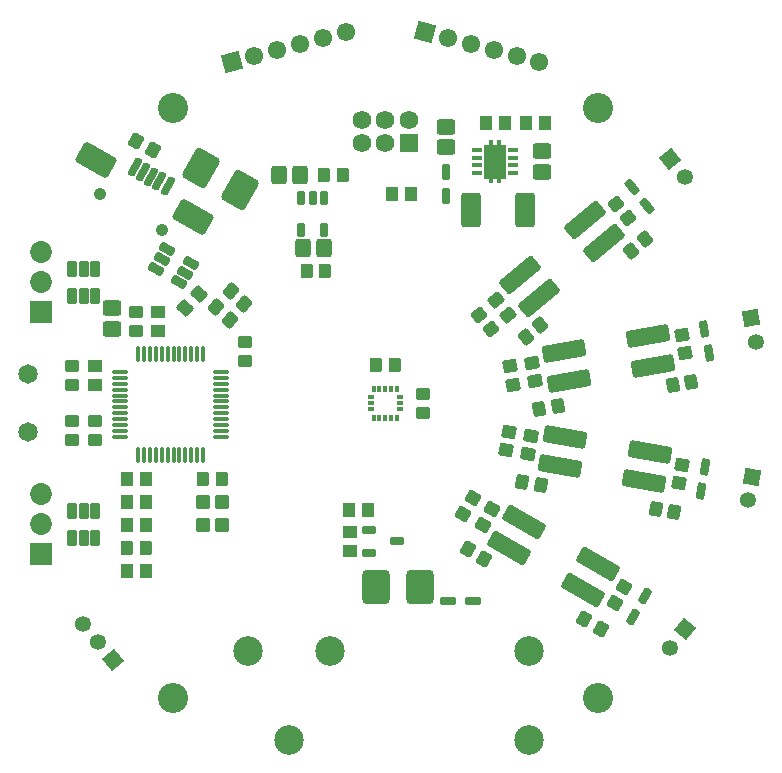
<source format=gts>
G04*
G04 #@! TF.GenerationSoftware,Altium Limited,Altium Designer,23.0.1 (38)*
G04*
G04 Layer_Color=8388736*
%FSLAX43Y43*%
%MOMM*%
G71*
G04*
G04 #@! TF.SameCoordinates,849B8B9A-CF0B-4B68-86F2-F378DEA603F9*
G04*
G04*
G04 #@! TF.FilePolarity,Negative*
G04*
G01*
G75*
G04:AMPARAMS|DCode=14|XSize=1.072mm|YSize=1.232mm|CornerRadius=0.191mm|HoleSize=0mm|Usage=FLASHONLY|Rotation=46.000|XOffset=0mm|YOffset=0mm|HoleType=Round|Shape=RoundedRectangle|*
%AMROUNDEDRECTD14*
21,1,1.072,0.850,0,0,46.0*
21,1,0.690,1.232,0,0,46.0*
1,1,0.382,0.545,-0.047*
1,1,0.382,0.066,-0.543*
1,1,0.382,-0.545,0.047*
1,1,0.382,-0.066,0.543*
%
%ADD14ROUNDEDRECTD14*%
G04:AMPARAMS|DCode=15|XSize=0.782mm|YSize=1.392mm|CornerRadius=0.155mm|HoleSize=0mm|Usage=FLASHONLY|Rotation=240.000|XOffset=0mm|YOffset=0mm|HoleType=Round|Shape=RoundedRectangle|*
%AMROUNDEDRECTD15*
21,1,0.782,1.083,0,0,240.0*
21,1,0.472,1.392,0,0,240.0*
1,1,0.310,-0.587,0.066*
1,1,0.310,-0.351,0.475*
1,1,0.310,0.587,-0.066*
1,1,0.310,0.351,-0.475*
%
%ADD15ROUNDEDRECTD15*%
G04:AMPARAMS|DCode=16|XSize=1.092mm|YSize=1.182mm|CornerRadius=0.194mm|HoleSize=0mm|Usage=FLASHONLY|Rotation=0.000|XOffset=0mm|YOffset=0mm|HoleType=Round|Shape=RoundedRectangle|*
%AMROUNDEDRECTD16*
21,1,1.092,0.795,0,0,0.0*
21,1,0.705,1.182,0,0,0.0*
1,1,0.387,0.353,-0.398*
1,1,0.387,-0.353,-0.398*
1,1,0.387,-0.353,0.398*
1,1,0.387,0.353,0.398*
%
%ADD16ROUNDEDRECTD16*%
G04:AMPARAMS|DCode=17|XSize=1.552mm|YSize=1.302mm|CornerRadius=0.22mm|HoleSize=0mm|Usage=FLASHONLY|Rotation=90.000|XOffset=0mm|YOffset=0mm|HoleType=Round|Shape=RoundedRectangle|*
%AMROUNDEDRECTD17*
21,1,1.552,0.863,0,0,90.0*
21,1,1.113,1.302,0,0,90.0*
1,1,0.440,0.431,0.556*
1,1,0.440,0.431,-0.556*
1,1,0.440,-0.431,-0.556*
1,1,0.440,-0.431,0.556*
%
%ADD17ROUNDEDRECTD17*%
G04:AMPARAMS|DCode=18|XSize=1.072mm|YSize=1.232mm|CornerRadius=0.191mm|HoleSize=0mm|Usage=FLASHONLY|Rotation=180.000|XOffset=0mm|YOffset=0mm|HoleType=Round|Shape=RoundedRectangle|*
%AMROUNDEDRECTD18*
21,1,1.072,0.850,0,0,180.0*
21,1,0.690,1.232,0,0,180.0*
1,1,0.382,-0.345,0.425*
1,1,0.382,0.345,0.425*
1,1,0.382,0.345,-0.425*
1,1,0.382,-0.345,-0.425*
%
%ADD18ROUNDEDRECTD18*%
G04:AMPARAMS|DCode=19|XSize=1.072mm|YSize=1.232mm|CornerRadius=0.191mm|HoleSize=0mm|Usage=FLASHONLY|Rotation=270.000|XOffset=0mm|YOffset=0mm|HoleType=Round|Shape=RoundedRectangle|*
%AMROUNDEDRECTD19*
21,1,1.072,0.850,0,0,270.0*
21,1,0.690,1.232,0,0,270.0*
1,1,0.382,-0.425,-0.345*
1,1,0.382,-0.425,0.345*
1,1,0.382,0.425,0.345*
1,1,0.382,0.425,-0.345*
%
%ADD19ROUNDEDRECTD19*%
G04:AMPARAMS|DCode=20|XSize=1.412mm|YSize=0.732mm|CornerRadius=0.149mm|HoleSize=0mm|Usage=FLASHONLY|Rotation=0.000|XOffset=0mm|YOffset=0mm|HoleType=Round|Shape=RoundedRectangle|*
%AMROUNDEDRECTD20*
21,1,1.412,0.435,0,0,0.0*
21,1,1.115,0.732,0,0,0.0*
1,1,0.297,0.558,-0.217*
1,1,0.297,-0.558,-0.217*
1,1,0.297,-0.558,0.217*
1,1,0.297,0.558,0.217*
%
%ADD20ROUNDEDRECTD20*%
G04:AMPARAMS|DCode=21|XSize=2.895mm|YSize=2.311mm|CornerRadius=0.346mm|HoleSize=0mm|Usage=FLASHONLY|Rotation=270.000|XOffset=0mm|YOffset=0mm|HoleType=Round|Shape=RoundedRectangle|*
%AMROUNDEDRECTD21*
21,1,2.895,1.619,0,0,270.0*
21,1,2.203,2.311,0,0,270.0*
1,1,0.692,-0.810,-1.102*
1,1,0.692,-0.810,1.102*
1,1,0.692,0.810,1.102*
1,1,0.692,0.810,-1.102*
%
%ADD21ROUNDEDRECTD21*%
G04:AMPARAMS|DCode=22|XSize=0.752mm|YSize=1.152mm|CornerRadius=0.151mm|HoleSize=0mm|Usage=FLASHONLY|Rotation=90.000|XOffset=0mm|YOffset=0mm|HoleType=Round|Shape=RoundedRectangle|*
%AMROUNDEDRECTD22*
21,1,0.752,0.850,0,0,90.0*
21,1,0.450,1.152,0,0,90.0*
1,1,0.302,0.425,0.225*
1,1,0.302,0.425,-0.225*
1,1,0.302,-0.425,-0.225*
1,1,0.302,-0.425,0.225*
%
%ADD22ROUNDEDRECTD22*%
G04:AMPARAMS|DCode=23|XSize=1.072mm|YSize=1.232mm|CornerRadius=0.191mm|HoleSize=0mm|Usage=FLASHONLY|Rotation=150.000|XOffset=0mm|YOffset=0mm|HoleType=Round|Shape=RoundedRectangle|*
%AMROUNDEDRECTD23*
21,1,1.072,0.850,0,0,150.0*
21,1,0.690,1.232,0,0,150.0*
1,1,0.382,-0.086,0.541*
1,1,0.382,0.511,0.196*
1,1,0.382,0.086,-0.541*
1,1,0.382,-0.511,-0.196*
%
%ADD23ROUNDEDRECTD23*%
G04:AMPARAMS|DCode=24|XSize=1.072mm|YSize=1.232mm|CornerRadius=0.191mm|HoleSize=0mm|Usage=FLASHONLY|Rotation=240.000|XOffset=0mm|YOffset=0mm|HoleType=Round|Shape=RoundedRectangle|*
%AMROUNDEDRECTD24*
21,1,1.072,0.850,0,0,240.0*
21,1,0.690,1.232,0,0,240.0*
1,1,0.382,-0.541,-0.086*
1,1,0.382,-0.196,0.511*
1,1,0.382,0.541,0.086*
1,1,0.382,0.196,-0.511*
%
%ADD24ROUNDEDRECTD24*%
G04:AMPARAMS|DCode=25|XSize=1.092mm|YSize=1.182mm|CornerRadius=0.194mm|HoleSize=0mm|Usage=FLASHONLY|Rotation=240.000|XOffset=0mm|YOffset=0mm|HoleType=Round|Shape=RoundedRectangle|*
%AMROUNDEDRECTD25*
21,1,1.092,0.795,0,0,240.0*
21,1,0.705,1.182,0,0,240.0*
1,1,0.387,-0.521,-0.107*
1,1,0.387,-0.168,0.504*
1,1,0.387,0.521,0.107*
1,1,0.387,0.168,-0.504*
%
%ADD25ROUNDEDRECTD25*%
G04:AMPARAMS|DCode=26|XSize=1.452mm|YSize=3.652mm|CornerRadius=0.239mm|HoleSize=0mm|Usage=FLASHONLY|Rotation=240.000|XOffset=0mm|YOffset=0mm|HoleType=Round|Shape=RoundedRectangle|*
%AMROUNDEDRECTD26*
21,1,1.452,3.175,0,0,240.0*
21,1,0.975,3.652,0,0,240.0*
1,1,0.477,-1.619,0.372*
1,1,0.477,-1.131,1.216*
1,1,0.477,1.619,-0.372*
1,1,0.477,1.131,-1.216*
%
%ADD26ROUNDEDRECTD26*%
G04:AMPARAMS|DCode=27|XSize=1.412mm|YSize=0.732mm|CornerRadius=0.149mm|HoleSize=0mm|Usage=FLASHONLY|Rotation=60.000|XOffset=0mm|YOffset=0mm|HoleType=Round|Shape=RoundedRectangle|*
%AMROUNDEDRECTD27*
21,1,1.412,0.435,0,0,60.0*
21,1,1.115,0.732,0,0,60.0*
1,1,0.297,0.467,0.374*
1,1,0.297,-0.090,-0.592*
1,1,0.297,-0.467,-0.374*
1,1,0.297,0.090,0.592*
%
%ADD27ROUNDEDRECTD27*%
G04:AMPARAMS|DCode=28|XSize=1.072mm|YSize=1.232mm|CornerRadius=0.191mm|HoleSize=0mm|Usage=FLASHONLY|Rotation=350.000|XOffset=0mm|YOffset=0mm|HoleType=Round|Shape=RoundedRectangle|*
%AMROUNDEDRECTD28*
21,1,1.072,0.850,0,0,350.0*
21,1,0.690,1.232,0,0,350.0*
1,1,0.382,0.266,-0.478*
1,1,0.382,-0.414,-0.359*
1,1,0.382,-0.266,0.478*
1,1,0.382,0.414,0.359*
%
%ADD28ROUNDEDRECTD28*%
G04:AMPARAMS|DCode=29|XSize=1.092mm|YSize=1.182mm|CornerRadius=0.194mm|HoleSize=0mm|Usage=FLASHONLY|Rotation=80.000|XOffset=0mm|YOffset=0mm|HoleType=Round|Shape=RoundedRectangle|*
%AMROUNDEDRECTD29*
21,1,1.092,0.795,0,0,80.0*
21,1,0.705,1.182,0,0,80.0*
1,1,0.387,0.453,0.278*
1,1,0.387,0.330,-0.416*
1,1,0.387,-0.453,-0.278*
1,1,0.387,-0.330,0.416*
%
%ADD29ROUNDEDRECTD29*%
G04:AMPARAMS|DCode=30|XSize=1.412mm|YSize=0.732mm|CornerRadius=0.149mm|HoleSize=0mm|Usage=FLASHONLY|Rotation=80.000|XOffset=0mm|YOffset=0mm|HoleType=Round|Shape=RoundedRectangle|*
%AMROUNDEDRECTD30*
21,1,1.412,0.435,0,0,80.0*
21,1,1.115,0.732,0,0,80.0*
1,1,0.297,0.311,0.511*
1,1,0.297,0.117,-0.587*
1,1,0.297,-0.311,-0.511*
1,1,0.297,-0.117,0.587*
%
%ADD30ROUNDEDRECTD30*%
G04:AMPARAMS|DCode=31|XSize=1.072mm|YSize=1.232mm|CornerRadius=0.191mm|HoleSize=0mm|Usage=FLASHONLY|Rotation=10.000|XOffset=0mm|YOffset=0mm|HoleType=Round|Shape=RoundedRectangle|*
%AMROUNDEDRECTD31*
21,1,1.072,0.850,0,0,10.0*
21,1,0.690,1.232,0,0,10.0*
1,1,0.382,0.414,-0.359*
1,1,0.382,-0.266,-0.478*
1,1,0.382,-0.414,0.359*
1,1,0.382,0.266,0.478*
%
%ADD31ROUNDEDRECTD31*%
G04:AMPARAMS|DCode=32|XSize=1.092mm|YSize=1.182mm|CornerRadius=0.194mm|HoleSize=0mm|Usage=FLASHONLY|Rotation=100.000|XOffset=0mm|YOffset=0mm|HoleType=Round|Shape=RoundedRectangle|*
%AMROUNDEDRECTD32*
21,1,1.092,0.795,0,0,100.0*
21,1,0.705,1.182,0,0,100.0*
1,1,0.387,0.330,0.416*
1,1,0.387,0.453,-0.278*
1,1,0.387,-0.330,-0.416*
1,1,0.387,-0.453,0.278*
%
%ADD32ROUNDEDRECTD32*%
G04:AMPARAMS|DCode=33|XSize=1.412mm|YSize=0.732mm|CornerRadius=0.149mm|HoleSize=0mm|Usage=FLASHONLY|Rotation=100.000|XOffset=0mm|YOffset=0mm|HoleType=Round|Shape=RoundedRectangle|*
%AMROUNDEDRECTD33*
21,1,1.412,0.435,0,0,100.0*
21,1,1.115,0.732,0,0,100.0*
1,1,0.297,0.117,0.587*
1,1,0.297,0.311,-0.511*
1,1,0.297,-0.117,-0.587*
1,1,0.297,-0.311,0.511*
%
%ADD33ROUNDEDRECTD33*%
G04:AMPARAMS|DCode=34|XSize=1.072mm|YSize=1.232mm|CornerRadius=0.191mm|HoleSize=0mm|Usage=FLASHONLY|Rotation=310.000|XOffset=0mm|YOffset=0mm|HoleType=Round|Shape=RoundedRectangle|*
%AMROUNDEDRECTD34*
21,1,1.072,0.850,0,0,310.0*
21,1,0.690,1.232,0,0,310.0*
1,1,0.382,-0.104,-0.537*
1,1,0.382,-0.547,-0.009*
1,1,0.382,0.104,0.537*
1,1,0.382,0.547,0.009*
%
%ADD34ROUNDEDRECTD34*%
G04:AMPARAMS|DCode=35|XSize=1.412mm|YSize=0.732mm|CornerRadius=0.149mm|HoleSize=0mm|Usage=FLASHONLY|Rotation=130.000|XOffset=0mm|YOffset=0mm|HoleType=Round|Shape=RoundedRectangle|*
%AMROUNDEDRECTD35*
21,1,1.412,0.435,0,0,130.0*
21,1,1.115,0.732,0,0,130.0*
1,1,0.297,-0.192,0.567*
1,1,0.297,0.525,-0.287*
1,1,0.297,0.192,-0.567*
1,1,0.297,-0.525,0.287*
%
%ADD35ROUNDEDRECTD35*%
G04:AMPARAMS|DCode=36|XSize=1.092mm|YSize=1.182mm|CornerRadius=0.194mm|HoleSize=0mm|Usage=FLASHONLY|Rotation=130.000|XOffset=0mm|YOffset=0mm|HoleType=Round|Shape=RoundedRectangle|*
%AMROUNDEDRECTD36*
21,1,1.092,0.795,0,0,130.0*
21,1,0.705,1.182,0,0,130.0*
1,1,0.387,0.078,0.526*
1,1,0.387,0.531,-0.015*
1,1,0.387,-0.078,-0.526*
1,1,0.387,-0.531,0.015*
%
%ADD36ROUNDEDRECTD36*%
G04:AMPARAMS|DCode=37|XSize=1.072mm|YSize=1.232mm|CornerRadius=0.191mm|HoleSize=0mm|Usage=FLASHONLY|Rotation=40.000|XOffset=0mm|YOffset=0mm|HoleType=Round|Shape=RoundedRectangle|*
%AMROUNDEDRECTD37*
21,1,1.072,0.850,0,0,40.0*
21,1,0.690,1.232,0,0,40.0*
1,1,0.382,0.537,-0.104*
1,1,0.382,0.009,-0.547*
1,1,0.382,-0.537,0.104*
1,1,0.382,-0.009,0.547*
%
%ADD37ROUNDEDRECTD37*%
G04:AMPARAMS|DCode=38|XSize=1.452mm|YSize=3.652mm|CornerRadius=0.239mm|HoleSize=0mm|Usage=FLASHONLY|Rotation=310.000|XOffset=0mm|YOffset=0mm|HoleType=Round|Shape=RoundedRectangle|*
%AMROUNDEDRECTD38*
21,1,1.452,3.175,0,0,310.0*
21,1,0.975,3.652,0,0,310.0*
1,1,0.477,-0.903,-1.394*
1,1,0.477,-1.529,-0.647*
1,1,0.477,0.903,1.394*
1,1,0.477,1.529,0.647*
%
%ADD38ROUNDEDRECTD38*%
G04:AMPARAMS|DCode=39|XSize=3.152mm|YSize=1.952mm|CornerRadius=0.301mm|HoleSize=0mm|Usage=FLASHONLY|Rotation=330.000|XOffset=0mm|YOffset=0mm|HoleType=Round|Shape=RoundedRectangle|*
%AMROUNDEDRECTD39*
21,1,3.152,1.350,0,0,330.0*
21,1,2.550,1.952,0,0,330.0*
1,1,0.602,0.767,-1.222*
1,1,0.602,-1.442,0.053*
1,1,0.602,-0.767,1.222*
1,1,0.602,1.442,-0.053*
%
%ADD39ROUNDEDRECTD39*%
G04:AMPARAMS|DCode=40|XSize=1.652mm|YSize=0.652mm|CornerRadius=0.139mm|HoleSize=0mm|Usage=FLASHONLY|Rotation=60.000|XOffset=0mm|YOffset=0mm|HoleType=Round|Shape=RoundedRectangle|*
%AMROUNDEDRECTD40*
21,1,1.652,0.375,0,0,60.0*
21,1,1.375,0.652,0,0,60.0*
1,1,0.277,0.506,0.502*
1,1,0.277,-0.181,-0.689*
1,1,0.277,-0.506,-0.502*
1,1,0.277,0.181,0.689*
%
%ADD40ROUNDEDRECTD40*%
G04:AMPARAMS|DCode=41|XSize=2.895mm|YSize=2.311mm|CornerRadius=0.346mm|HoleSize=0mm|Usage=FLASHONLY|Rotation=240.000|XOffset=0mm|YOffset=0mm|HoleType=Round|Shape=RoundedRectangle|*
%AMROUNDEDRECTD41*
21,1,2.895,1.619,0,0,240.0*
21,1,2.203,2.311,0,0,240.0*
1,1,0.692,-1.252,-0.549*
1,1,0.692,-0.150,1.359*
1,1,0.692,1.252,0.549*
1,1,0.692,0.150,-1.359*
%
%ADD41ROUNDEDRECTD41*%
G04:AMPARAMS|DCode=42|XSize=0.782mm|YSize=1.392mm|CornerRadius=0.155mm|HoleSize=0mm|Usage=FLASHONLY|Rotation=180.000|XOffset=0mm|YOffset=0mm|HoleType=Round|Shape=RoundedRectangle|*
%AMROUNDEDRECTD42*
21,1,0.782,1.083,0,0,180.0*
21,1,0.472,1.392,0,0,180.0*
1,1,0.310,-0.236,0.541*
1,1,0.310,0.236,0.541*
1,1,0.310,0.236,-0.541*
1,1,0.310,-0.236,-0.541*
%
%ADD42ROUNDEDRECTD42*%
G04:AMPARAMS|DCode=43|XSize=1.552mm|YSize=1.302mm|CornerRadius=0.22mm|HoleSize=0mm|Usage=FLASHONLY|Rotation=0.000|XOffset=0mm|YOffset=0mm|HoleType=Round|Shape=RoundedRectangle|*
%AMROUNDEDRECTD43*
21,1,1.552,0.863,0,0,0.0*
21,1,1.113,1.302,0,0,0.0*
1,1,0.440,0.556,-0.431*
1,1,0.440,-0.556,-0.431*
1,1,0.440,-0.556,0.431*
1,1,0.440,0.556,0.431*
%
%ADD43ROUNDEDRECTD43*%
G04:AMPARAMS|DCode=44|XSize=1.092mm|YSize=1.182mm|CornerRadius=0.194mm|HoleSize=0mm|Usage=FLASHONLY|Rotation=90.000|XOffset=0mm|YOffset=0mm|HoleType=Round|Shape=RoundedRectangle|*
%AMROUNDEDRECTD44*
21,1,1.092,0.795,0,0,90.0*
21,1,0.705,1.182,0,0,90.0*
1,1,0.387,0.398,0.353*
1,1,0.387,0.398,-0.353*
1,1,0.387,-0.398,-0.353*
1,1,0.387,-0.398,0.353*
%
%ADD44ROUNDEDRECTD44*%
G04:AMPARAMS|DCode=45|XSize=0.38mm|YSize=1.3mm|CornerRadius=0.12mm|HoleSize=0mm|Usage=FLASHONLY|Rotation=0.000|XOffset=0mm|YOffset=0mm|HoleType=Round|Shape=RoundedRectangle|*
%AMROUNDEDRECTD45*
21,1,0.380,1.060,0,0,0.0*
21,1,0.140,1.300,0,0,0.0*
1,1,0.240,0.070,-0.530*
1,1,0.240,-0.070,-0.530*
1,1,0.240,-0.070,0.530*
1,1,0.240,0.070,0.530*
%
%ADD45ROUNDEDRECTD45*%
G04:AMPARAMS|DCode=46|XSize=0.38mm|YSize=1.3mm|CornerRadius=0.12mm|HoleSize=0mm|Usage=FLASHONLY|Rotation=90.000|XOffset=0mm|YOffset=0mm|HoleType=Round|Shape=RoundedRectangle|*
%AMROUNDEDRECTD46*
21,1,0.380,1.060,0,0,90.0*
21,1,0.140,1.300,0,0,90.0*
1,1,0.240,0.530,0.070*
1,1,0.240,0.530,-0.070*
1,1,0.240,-0.530,-0.070*
1,1,0.240,-0.530,0.070*
%
%ADD46ROUNDEDRECTD46*%
G04:AMPARAMS|DCode=47|XSize=1.652mm|YSize=2.952mm|CornerRadius=0.264mm|HoleSize=0mm|Usage=FLASHONLY|Rotation=180.000|XOffset=0mm|YOffset=0mm|HoleType=Round|Shape=RoundedRectangle|*
%AMROUNDEDRECTD47*
21,1,1.652,2.425,0,0,180.0*
21,1,1.125,2.952,0,0,180.0*
1,1,0.527,-0.563,1.212*
1,1,0.527,0.563,1.212*
1,1,0.527,0.563,-1.212*
1,1,0.527,-0.563,-1.212*
%
%ADD47ROUNDEDRECTD47*%
%ADD48R,0.330X0.530*%
G04:AMPARAMS|DCode=49|XSize=0.84mm|YSize=0.42mm|CornerRadius=0.063mm|HoleSize=0mm|Usage=FLASHONLY|Rotation=180.000|XOffset=0mm|YOffset=0mm|HoleType=Round|Shape=RoundedRectangle|*
%AMROUNDEDRECTD49*
21,1,0.840,0.294,0,0,180.0*
21,1,0.714,0.420,0,0,180.0*
1,1,0.126,-0.357,0.147*
1,1,0.126,0.357,0.147*
1,1,0.126,0.357,-0.147*
1,1,0.126,-0.357,-0.147*
%
%ADD49ROUNDEDRECTD49*%
%ADD50R,1.900X2.840*%
G04:AMPARAMS|DCode=51|XSize=1.072mm|YSize=1.232mm|CornerRadius=0.191mm|HoleSize=0mm|Usage=FLASHONLY|Rotation=137.000|XOffset=0mm|YOffset=0mm|HoleType=Round|Shape=RoundedRectangle|*
%AMROUNDEDRECTD51*
21,1,1.072,0.850,0,0,137.0*
21,1,0.690,1.232,0,0,137.0*
1,1,0.382,0.038,0.546*
1,1,0.382,0.542,0.076*
1,1,0.382,-0.038,-0.546*
1,1,0.382,-0.542,-0.076*
%
%ADD51ROUNDEDRECTD51*%
%ADD52R,0.550X0.390*%
%ADD53R,0.390X0.550*%
G04:AMPARAMS|DCode=54|XSize=1.072mm|YSize=1.232mm|CornerRadius=0.191mm|HoleSize=0mm|Usage=FLASHONLY|Rotation=280.000|XOffset=0mm|YOffset=0mm|HoleType=Round|Shape=RoundedRectangle|*
%AMROUNDEDRECTD54*
21,1,1.072,0.850,0,0,280.0*
21,1,0.690,1.232,0,0,280.0*
1,1,0.382,-0.359,-0.414*
1,1,0.382,-0.478,0.266*
1,1,0.382,0.359,0.414*
1,1,0.382,0.478,-0.266*
%
%ADD54ROUNDEDRECTD54*%
G04:AMPARAMS|DCode=55|XSize=1.452mm|YSize=3.652mm|CornerRadius=0.239mm|HoleSize=0mm|Usage=FLASHONLY|Rotation=280.000|XOffset=0mm|YOffset=0mm|HoleType=Round|Shape=RoundedRectangle|*
%AMROUNDEDRECTD55*
21,1,1.452,3.175,0,0,280.0*
21,1,0.975,3.652,0,0,280.0*
1,1,0.477,-1.479,-0.756*
1,1,0.477,-1.648,0.204*
1,1,0.477,1.479,0.756*
1,1,0.477,1.648,-0.204*
%
%ADD55ROUNDEDRECTD55*%
G04:AMPARAMS|DCode=56|XSize=1.072mm|YSize=1.232mm|CornerRadius=0.191mm|HoleSize=0mm|Usage=FLASHONLY|Rotation=260.000|XOffset=0mm|YOffset=0mm|HoleType=Round|Shape=RoundedRectangle|*
%AMROUNDEDRECTD56*
21,1,1.072,0.850,0,0,260.0*
21,1,0.690,1.232,0,0,260.0*
1,1,0.382,-0.478,-0.266*
1,1,0.382,-0.359,0.414*
1,1,0.382,0.478,0.266*
1,1,0.382,0.359,-0.414*
%
%ADD56ROUNDEDRECTD56*%
G04:AMPARAMS|DCode=57|XSize=1.452mm|YSize=3.652mm|CornerRadius=0.239mm|HoleSize=0mm|Usage=FLASHONLY|Rotation=260.000|XOffset=0mm|YOffset=0mm|HoleType=Round|Shape=RoundedRectangle|*
%AMROUNDEDRECTD57*
21,1,1.452,3.175,0,0,260.0*
21,1,0.975,3.652,0,0,260.0*
1,1,0.477,-1.648,-0.204*
1,1,0.477,-1.479,0.756*
1,1,0.477,1.648,0.204*
1,1,0.477,1.479,-0.756*
%
%ADD57ROUNDEDRECTD57*%
G04:AMPARAMS|DCode=58|XSize=1.152mm|YSize=1.252mm|CornerRadius=0.201mm|HoleSize=0mm|Usage=FLASHONLY|Rotation=0.000|XOffset=0mm|YOffset=0mm|HoleType=Round|Shape=RoundedRectangle|*
%AMROUNDEDRECTD58*
21,1,1.152,0.850,0,0,0.0*
21,1,0.750,1.252,0,0,0.0*
1,1,0.402,0.375,-0.425*
1,1,0.402,-0.375,-0.425*
1,1,0.402,-0.375,0.425*
1,1,0.402,0.375,0.425*
%
%ADD58ROUNDEDRECTD58*%
G04:AMPARAMS|DCode=59|XSize=0.752mm|YSize=1.202mm|CornerRadius=0.151mm|HoleSize=0mm|Usage=FLASHONLY|Rotation=0.000|XOffset=0mm|YOffset=0mm|HoleType=Round|Shape=RoundedRectangle|*
%AMROUNDEDRECTD59*
21,1,0.752,0.900,0,0,0.0*
21,1,0.450,1.202,0,0,0.0*
1,1,0.302,0.225,-0.450*
1,1,0.302,-0.225,-0.450*
1,1,0.302,-0.225,0.450*
1,1,0.302,0.225,0.450*
%
%ADD59ROUNDEDRECTD59*%
G04:AMPARAMS|DCode=60|XSize=1.412mm|YSize=0.732mm|CornerRadius=0.149mm|HoleSize=0mm|Usage=FLASHONLY|Rotation=90.000|XOffset=0mm|YOffset=0mm|HoleType=Round|Shape=RoundedRectangle|*
%AMROUNDEDRECTD60*
21,1,1.412,0.435,0,0,90.0*
21,1,1.115,0.732,0,0,90.0*
1,1,0.297,0.217,0.558*
1,1,0.297,0.217,-0.558*
1,1,0.297,-0.217,-0.558*
1,1,0.297,-0.217,0.558*
%
%ADD60ROUNDEDRECTD60*%
%ADD61C,2.500*%
%ADD62C,1.852*%
%ADD63R,1.852X1.852*%
%ADD64C,1.552*%
%ADD65P,2.195X4X60.0*%
%ADD66C,1.352*%
%ADD67P,1.913X4X275.0*%
%ADD68C,1.052*%
%ADD69P,2.195X4X390.0*%
%ADD70P,1.913X4X175.0*%
%ADD71P,1.913X4X354.0*%
%ADD72C,1.580*%
%ADD73R,1.580X1.580*%
%ADD74C,2.552*%
%ADD75P,1.913X4X325.0*%
%ADD76P,1.913X4X305.0*%
%ADD77C,1.652*%
D14*
X-15819Y9250D02*
D03*
X-16931Y8100D02*
D03*
D15*
X-19424Y11372D02*
D03*
X-18474Y13017D02*
D03*
X-16482Y11867D02*
D03*
X-16957Y11044D02*
D03*
X-17432Y10222D02*
D03*
X-18949Y12194D02*
D03*
D16*
X-5200Y19300D02*
D03*
X-3600Y19300D02*
D03*
X-20282Y-12258D02*
D03*
X-21882Y-12258D02*
D03*
X-13845Y-6409D02*
D03*
X-15445Y-6409D02*
D03*
X799Y3200D02*
D03*
X-801Y3200D02*
D03*
X-5076Y11218D02*
D03*
X-6676Y11218D02*
D03*
D17*
X-8975Y19300D02*
D03*
X-7225Y19300D02*
D03*
X-6976Y13118D02*
D03*
X-5226Y13118D02*
D03*
D18*
X550Y17719D02*
D03*
X2150Y17719D02*
D03*
X-1450Y-9000D02*
D03*
X-3050Y-9000D02*
D03*
X-21894Y-14213D02*
D03*
X-20294Y-14213D02*
D03*
X-20294Y-6384D02*
D03*
X-21894Y-6384D02*
D03*
X-20294Y-8347D02*
D03*
X-21894Y-8347D02*
D03*
X-20294Y-10310D02*
D03*
X-21894Y-10310D02*
D03*
X8535Y23727D02*
D03*
X10135Y23727D02*
D03*
X13477Y23727D02*
D03*
X11877Y23727D02*
D03*
D19*
X-3000Y-12500D02*
D03*
X-3000Y-10900D02*
D03*
X-19241Y7732D02*
D03*
X-19241Y6132D02*
D03*
X-24565Y1524D02*
D03*
X-24565Y3124D02*
D03*
D20*
X5343Y-16710D02*
D03*
X7403Y-16710D02*
D03*
D21*
X-807Y-15575D02*
D03*
X2953D02*
D03*
D22*
X1013Y-11700D02*
D03*
X-1387Y-12650D02*
D03*
X-1387Y-10750D02*
D03*
D23*
X6960Y-12366D02*
D03*
X8345Y-13166D02*
D03*
X16843Y-18289D02*
D03*
X18228Y-19089D02*
D03*
X-19707Y21400D02*
D03*
X-21093Y22200D02*
D03*
D24*
X8242Y-10332D02*
D03*
X9042Y-8946D02*
D03*
D25*
X6592Y-9380D02*
D03*
X7392Y-7994D02*
D03*
X19421Y-16908D02*
D03*
X20221Y-15523D02*
D03*
D26*
X11730Y-10027D02*
D03*
X10460Y-12227D02*
D03*
X17987Y-13639D02*
D03*
X16717Y-15839D02*
D03*
D27*
X20964Y-18117D02*
D03*
X21994Y-16333D02*
D03*
D28*
X22901Y-8970D02*
D03*
X24477Y-9247D02*
D03*
X13140Y-6954D02*
D03*
X11564Y-6676D02*
D03*
D29*
X25129Y-5214D02*
D03*
X24852Y-6790D02*
D03*
X10198Y-3996D02*
D03*
X10476Y-2420D02*
D03*
D30*
X26715Y-7398D02*
D03*
X27073Y-5369D02*
D03*
D31*
X25888Y1790D02*
D03*
X24312Y1512D02*
D03*
X12999Y-517D02*
D03*
X14574Y-239D02*
D03*
D32*
X25121Y5803D02*
D03*
X25399Y4227D02*
D03*
X10798Y1534D02*
D03*
X10520Y3110D02*
D03*
D33*
X27358Y4294D02*
D03*
X27000Y6322D02*
D03*
D34*
X10414Y7487D02*
D03*
X9386Y8713D02*
D03*
D35*
X22192Y16711D02*
D03*
X20868Y18289D02*
D03*
D36*
X20528Y15674D02*
D03*
X19500Y16900D02*
D03*
X7927Y7487D02*
D03*
X8955Y6262D02*
D03*
D37*
X22013Y13914D02*
D03*
X20787Y12886D02*
D03*
X13113Y6614D02*
D03*
X11887Y5586D02*
D03*
D38*
X18549Y13552D02*
D03*
X16916Y15498D02*
D03*
X13014Y8908D02*
D03*
X11382Y10854D02*
D03*
D39*
X-16279Y15807D02*
D03*
X-24507Y20557D02*
D03*
D40*
X-18432Y18378D02*
D03*
X-19125Y18778D02*
D03*
X-19818Y19178D02*
D03*
X-20511Y19578D02*
D03*
X-21204Y19978D02*
D03*
D41*
X-15580Y19905D02*
D03*
X-12324Y18025D02*
D03*
D42*
X-25550Y-9099D02*
D03*
X-26500Y-11399D02*
D03*
X-25550Y-11399D02*
D03*
X-24600Y-11399D02*
D03*
X-24600Y-9099D02*
D03*
X-26500Y-9099D02*
D03*
X-25550Y11390D02*
D03*
X-26500Y9090D02*
D03*
X-25550Y9090D02*
D03*
X-24600Y9090D02*
D03*
X-24600Y11390D02*
D03*
X-26500Y11390D02*
D03*
D43*
X-23135Y6294D02*
D03*
X-23135Y8044D02*
D03*
X5145Y23402D02*
D03*
X5145Y21652D02*
D03*
X13285Y19585D02*
D03*
X13285Y21335D02*
D03*
D44*
X-21132Y7744D02*
D03*
X-21132Y6144D02*
D03*
X-24565Y-3138D02*
D03*
X-24565Y-1538D02*
D03*
X-11874Y5161D02*
D03*
X-11874Y3561D02*
D03*
X3199Y-800D02*
D03*
X3199Y800D02*
D03*
X-26525Y-3138D02*
D03*
X-26525Y-1538D02*
D03*
X-26525Y3124D02*
D03*
X-26525Y1524D02*
D03*
D45*
X-20932Y4149D02*
D03*
X-20432Y4149D02*
D03*
X-19932Y4149D02*
D03*
X-19432Y4149D02*
D03*
X-18932Y4149D02*
D03*
X-18432Y4149D02*
D03*
X-17932Y4149D02*
D03*
X-17432Y4149D02*
D03*
X-16932Y4149D02*
D03*
X-16432Y4149D02*
D03*
X-15932Y4149D02*
D03*
X-15432Y4149D02*
D03*
X-15432Y-4351D02*
D03*
X-15932Y-4351D02*
D03*
X-16432Y-4351D02*
D03*
X-16932Y-4351D02*
D03*
X-17432Y-4351D02*
D03*
X-17932D02*
D03*
X-18432Y-4351D02*
D03*
X-18932Y-4351D02*
D03*
X-19432Y-4351D02*
D03*
X-19932Y-4351D02*
D03*
X-20432Y-4351D02*
D03*
X-20932Y-4351D02*
D03*
D46*
X-13932Y2649D02*
D03*
X-13932Y2149D02*
D03*
X-13932Y1649D02*
D03*
X-13932Y1149D02*
D03*
X-13932Y649D02*
D03*
X-13932Y149D02*
D03*
X-13932Y-351D02*
D03*
Y-851D02*
D03*
X-13932Y-1351D02*
D03*
X-13932Y-1851D02*
D03*
X-13932Y-2351D02*
D03*
X-13932Y-2851D02*
D03*
X-22432Y-2851D02*
D03*
X-22432Y-2351D02*
D03*
X-22432Y-1851D02*
D03*
X-22432Y-1351D02*
D03*
X-22432Y-851D02*
D03*
X-22432Y-351D02*
D03*
X-22432Y149D02*
D03*
X-22432Y649D02*
D03*
X-22432Y1149D02*
D03*
X-22432Y1649D02*
D03*
X-22432Y2149D02*
D03*
X-22432Y2649D02*
D03*
D47*
X11785Y16327D02*
D03*
X7285Y16327D02*
D03*
D48*
X9610Y18900D02*
D03*
X8960Y18900D02*
D03*
X9610Y22020D02*
D03*
X8960Y22020D02*
D03*
D49*
X10805Y19485D02*
D03*
X10805Y20135D02*
D03*
X10805Y20785D02*
D03*
X10805Y21435D02*
D03*
X7765Y21435D02*
D03*
X7765Y20785D02*
D03*
X7765Y20135D02*
D03*
X7765Y19485D02*
D03*
D50*
X9285Y20460D02*
D03*
D51*
X-11936Y8394D02*
D03*
X-13107Y9485D02*
D03*
X-13188Y7037D02*
D03*
X-14358Y8128D02*
D03*
D52*
X-1226Y500D02*
D03*
X-1226Y0D02*
D03*
X-1226Y-500D02*
D03*
X1224Y-500D02*
D03*
X1224Y-0D02*
D03*
X1224Y500D02*
D03*
D53*
X-1001Y-1225D02*
D03*
X-501D02*
D03*
X-1Y-1225D02*
D03*
X499Y-1225D02*
D03*
X999Y-1225D02*
D03*
X999Y1225D02*
D03*
X499Y1225D02*
D03*
X-1Y1225D02*
D03*
X-501D02*
D03*
X-1001Y1225D02*
D03*
D54*
X12674Y1866D02*
D03*
X12396Y3442D02*
D03*
D55*
X15128Y4413D02*
D03*
X15569Y1911D02*
D03*
X22243Y5667D02*
D03*
X22684Y3166D02*
D03*
D56*
X12074Y-4326D02*
D03*
X12352Y-2750D02*
D03*
D57*
X15248Y-2847D02*
D03*
X14807Y-5348D02*
D03*
X22363Y-4101D02*
D03*
X21922Y-6603D02*
D03*
D58*
X-15465Y-8357D02*
D03*
X-13865Y-8357D02*
D03*
X-13865Y-10310D02*
D03*
X-15465Y-10310D02*
D03*
D59*
X-5212Y14631D02*
D03*
X-7112Y14631D02*
D03*
X-7112Y17381D02*
D03*
X-6162Y17381D02*
D03*
X-5212Y17381D02*
D03*
D60*
X5145Y17525D02*
D03*
X5145Y19585D02*
D03*
D61*
X12150Y-28500D02*
D03*
Y-21000D02*
D03*
X-8150Y-28500D02*
D03*
X-4650Y-21000D02*
D03*
X-11650D02*
D03*
D62*
X-29138Y-7709D02*
D03*
Y-10249D02*
D03*
Y10240D02*
D03*
Y12780D02*
D03*
D63*
Y-12789D02*
D03*
Y7700D02*
D03*
D64*
X-3365Y31458D02*
D03*
X-11092Y29388D02*
D03*
X-9161Y29905D02*
D03*
X-7229Y30423D02*
D03*
X-5297Y30941D02*
D03*
X13045Y28870D02*
D03*
X5317Y30941D02*
D03*
X7249Y30423D02*
D03*
X9181Y29906D02*
D03*
X11113Y29388D02*
D03*
D65*
X-13024Y28870D02*
D03*
D66*
X24106Y-20688D02*
D03*
X-25630Y-18665D02*
D03*
X-24344Y-20197D02*
D03*
X25381Y19153D02*
D03*
X31344Y5210D02*
D03*
X30700Y-8200D02*
D03*
D67*
X25391Y-19156D02*
D03*
D68*
X-24141Y17690D02*
D03*
X-18945Y14690D02*
D03*
D69*
X3385Y31459D02*
D03*
D70*
X-23059Y-21729D02*
D03*
D71*
X24122Y20707D02*
D03*
D72*
X2000Y24000D02*
D03*
X-2000Y24000D02*
D03*
Y22000D02*
D03*
X0Y24000D02*
D03*
Y22000D02*
D03*
D73*
X2000Y22000D02*
D03*
D74*
X-18000Y25000D02*
D03*
X18000D02*
D03*
Y-25000D02*
D03*
X-18000D02*
D03*
D75*
X30997Y7179D02*
D03*
D76*
X31047Y-6230D02*
D03*
D77*
X-30225Y2434D02*
D03*
X-30225Y-2446D02*
D03*
M02*

</source>
